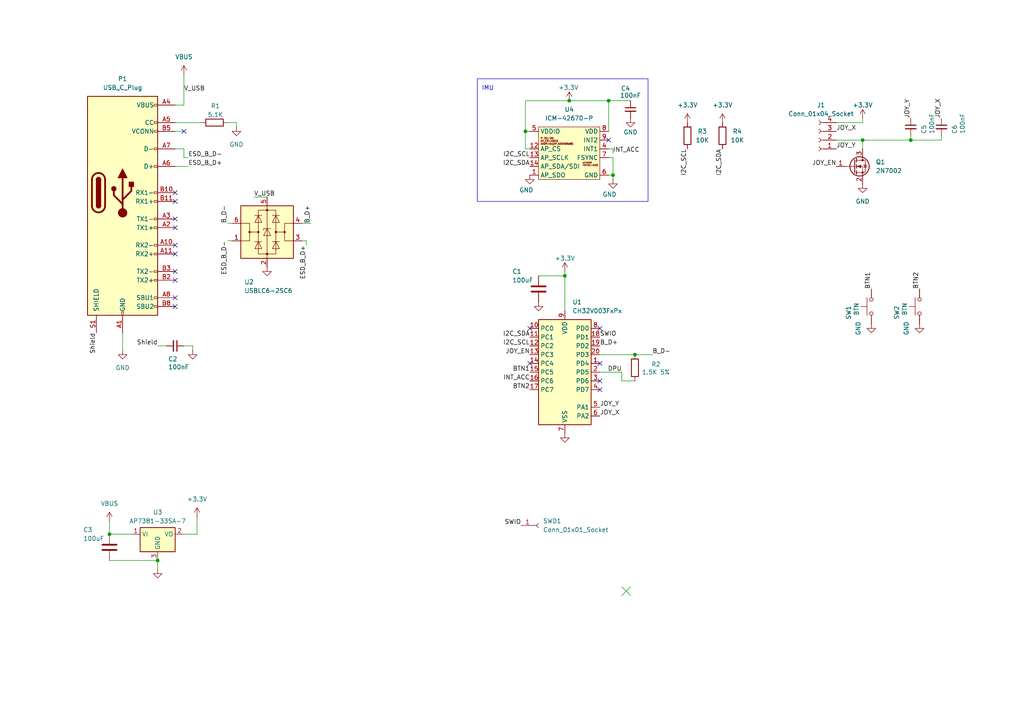
<source format=kicad_sch>
(kicad_sch (version 20231120) (generator "eeschema") (generator_version "8.0")
  (paper "A4")
  (lib_symbols
    (symbol "+3.3V_1" (power) (pin_numbers hide) (pin_names (offset 0) hide)
      (property "Value" "+3.3V" (at 0 3.556 0))
      (symbol "+3.3V_1_0_1"
        (polyline (pts (xy -0.762 1.27) (xy 0 2.54)))
        (polyline (pts (xy 0 0) (xy 0 2.54)))
        (polyline (pts (xy 0 2.54) (xy 0.762 1.27)))
      )
      (symbol "+3.3V_1_1_1"
        (pin power_in line (at 0 0 90) (length 0) (name "~") (number "1"))
      )
    )
    (symbol "Connector:Conn_01x01_Socket" (pin_names (offset 1.016) hide)
      (property "Reference" "J" (at 0 2.54 0))
      (property "Value" "Conn_01x01_Socket" (at 0 -2.54 0))
      (symbol "Conn_01x01_Socket_1_1"
        (polyline (pts (xy -1.27 0) (xy -0.508 0)) (stroke (width 0.1524)))
        (arc (start 0 0.508) (mid -0.5058 0) (end 0 -0.508) (stroke (width 0.1524)))
        (pin passive line (at -5.08 0 0) (length 3.81) (name "Pin_1") (number "1"))
      )
    )
    (symbol "Connector:Conn_01x04_Socket" (pin_names (offset 1.016) hide)
      (property "Reference" "J" (at 0 5.08 0))
      (property "Value" "Conn_01x04_Socket" (at 0 -7.62 0))
      (symbol "Conn_01x04_Socket_1_1"
        (arc (start 0 -4.572) (mid -0.5058 -5.08) (end 0 -5.588) (stroke (width 0.1524)))
        (arc (start 0 -2.032) (mid -0.5058 -2.54) (end 0 -3.048) (stroke (width 0.1524)))
        (polyline (pts (xy -1.27 -5.08) (xy -0.508 -5.08)) (stroke (width 0.1524)))
        (polyline (pts (xy -1.27 -2.54) (xy -0.508 -2.54)) (stroke (width 0.1524)))
        (polyline (pts (xy -1.27 0) (xy -0.508 0)) (stroke (width 0.1524)))
        (polyline (pts (xy -1.27 2.54) (xy -0.508 2.54)) (stroke (width 0.1524)))
        (arc (start 0 0.508) (mid -0.5058 0) (end 0 -0.508) (stroke (width 0.1524)))
        (arc (start 0 3.048) (mid -0.5058 2.54) (end 0 2.032) (stroke (width 0.1524)))
        (pin passive line (at -5.08 2.54 0) (length 3.81) (name "Pin_1") (number "1"))
        (pin passive line (at -5.08 0 0) (length 3.81) (name "Pin_2") (number "2"))
        (pin passive line (at -5.08 -2.54 0) (length 3.81) (name "Pin_3") (number "3"))
        (pin passive line (at -5.08 -5.08 0) (length 3.81) (name "Pin_4") (number "4"))
      )
    )
    (symbol "Connector:USB_C_Plug" (pin_names (offset 1.016))
      (property "Reference" "P" (at -10.16 29.21 0))
      (property "Value" "USB_C_Plug" (at 10.16 29.21 0))
      (symbol "USB_C_Plug_0_0"
        (rectangle (start -0.254 -35.56) (end 0.254 -34.544))
        (rectangle (start 10.16 -32.766) (end 9.144 -33.274))
        (rectangle (start 10.16 -30.226) (end 9.144 -30.734))
        (rectangle (start 10.16 -25.146) (end 9.144 -25.654))
        (rectangle (start 10.16 -22.606) (end 9.144 -23.114))
        (rectangle (start 10.16 -17.526) (end 9.144 -18.034))
        (rectangle (start 10.16 -14.986) (end 9.144 -15.494))
        (rectangle (start 10.16 -9.906) (end 9.144 -10.414))
        (rectangle (start 10.16 -7.366) (end 9.144 -7.874))
        (rectangle (start 10.16 -2.286) (end 9.144 -2.794))
        (rectangle (start 10.16 0.254) (end 9.144 -0.254))
        (rectangle (start 10.16 7.874) (end 9.144 7.366))
        (rectangle (start 10.16 12.954) (end 9.144 12.446))
        (rectangle (start 10.16 18.034) (end 9.144 17.526))
        (rectangle (start 10.16 20.574) (end 9.144 20.066))
        (rectangle (start 10.16 25.654) (end 9.144 25.146))
      )
      (symbol "USB_C_Plug_0_1"
        (rectangle (start -10.16 27.94) (end 10.16 -35.56) (stroke (width 0.254)) (fill (type background)))
        (arc (start -8.89 -3.81) (mid -6.985 -5.7067) (end -5.08 -3.81) (stroke (width 0.508)))
        (arc (start -7.62 -3.81) (mid -6.985 -4.4423) (end -6.35 -3.81) (stroke (width 0.254)))
        (arc (start -7.62 -3.81) (mid -6.985 -4.4423) (end -6.35 -3.81) (stroke (width 0.254)) (fill (type outline)))
        (rectangle (start -7.62 -3.81) (end -6.35 3.81) (stroke (width 0.254)) (fill (type outline)))
        (arc (start -6.35 3.81) (mid -6.985 4.4423) (end -7.62 3.81) (stroke (width 0.254)))
        (arc (start -6.35 3.81) (mid -6.985 4.4423) (end -7.62 3.81) (stroke (width 0.254)) (fill (type outline)))
        (arc (start -5.08 3.81) (mid -6.985 5.7067) (end -8.89 3.81) (stroke (width 0.508)))
        (polyline (pts (xy -8.89 -3.81) (xy -8.89 3.81)) (stroke (width 0.508)))
        (polyline (pts (xy -5.08 3.81) (xy -5.08 -3.81)) (stroke (width 0.508)))
      )
      (symbol "USB_C_Plug_1_1"
        (circle (center -2.54 1.143) (radius 0.635) (stroke (width 0.254)) (fill (type outline)))
        (circle (center 0 -5.842) (radius 1.27) (fill (type outline)))
        (polyline (pts (xy 0 -5.842) (xy 0 4.318)) (stroke (width 0.508)))
        (polyline (pts (xy 0 -3.302) (xy -2.54 -0.762) (xy -2.54 0.508)) (stroke (width 0.508)))
        (polyline (pts (xy 0 -2.032) (xy 2.54 0.508) (xy 2.54 1.778)) (stroke (width 0.508)))
        (polyline (pts (xy -1.27 4.318) (xy 0 6.858) (xy 1.27 4.318) (xy -1.27 4.318)) (stroke (width 0.254)) (fill (type outline)))
        (rectangle (start 1.905 1.778) (end 3.175 3.048) (stroke (width 0.254)) (fill (type outline)))
        (pin passive line (at 0 -40.64 90) (length 5.08) (name "GND") (number "A1"))
        (pin bidirectional line (at 15.24 -15.24 180) (length 5.08) (name "RX2-") (number "A10"))
        (pin bidirectional line (at 15.24 -17.78 180) (length 5.08) (name "RX2+") (number "A11"))
        (pin passive line (at 0 -40.64 90) (length 5.08) hide (name "GND") (number "A12"))
        (pin bidirectional line (at 15.24 -10.16 180) (length 5.08) (name "TX1+") (number "A2"))
        (pin bidirectional line (at 15.24 -7.62 180) (length 5.08) (name "TX1-") (number "A3"))
        (pin passive line (at 15.24 25.4 180) (length 5.08) (name "VBUS") (number "A4"))
        (pin bidirectional line (at 15.24 20.32 180) (length 5.08) (name "CC") (number "A5"))
        (pin bidirectional line (at 15.24 7.62 180) (length 5.08) (name "D+") (number "A6"))
        (pin bidirectional line (at 15.24 12.7 180) (length 5.08) (name "D-") (number "A7"))
        (pin bidirectional line (at 15.24 -30.48 180) (length 5.08) (name "SBU1") (number "A8"))
        (pin passive line (at 15.24 25.4 180) (length 5.08) hide (name "VBUS") (number "A9"))
        (pin passive line (at 0 -40.64 90) (length 5.08) hide (name "GND") (number "B1"))
        (pin bidirectional line (at 15.24 0 180) (length 5.08) (name "RX1-") (number "B10"))
        (pin bidirectional line (at 15.24 -2.54 180) (length 5.08) (name "RX1+") (number "B11"))
        (pin passive line (at 0 -40.64 90) (length 5.08) hide (name "GND") (number "B12"))
        (pin bidirectional line (at 15.24 -25.4 180) (length 5.08) (name "TX2+") (number "B2"))
        (pin bidirectional line (at 15.24 -22.86 180) (length 5.08) (name "TX2-") (number "B3"))
        (pin passive line (at 15.24 25.4 180) (length 5.08) hide (name "VBUS") (number "B4"))
        (pin bidirectional line (at 15.24 17.78 180) (length 5.08) (name "VCONN") (number "B5"))
        (pin bidirectional line (at 15.24 -33.02 180) (length 5.08) (name "SBU2") (number "B8"))
        (pin passive line (at 15.24 25.4 180) (length 5.08) hide (name "VBUS") (number "B9"))
        (pin passive line (at -7.62 -40.64 90) (length 5.08) (name "SHIELD") (number "S1"))
      )
    )
    (symbol "Device:C" (pin_numbers hide) (pin_names (offset 0.254))
      (property "Reference" "C" (at 0.635 2.54 0))
      (property "Value" "C" (at 0.635 -2.54 0))
      (symbol "C_0_1"
        (polyline (pts (xy -2.032 -0.762) (xy 2.032 -0.762)) (stroke (width 0.508)))
        (polyline (pts (xy -2.032 0.762) (xy 2.032 0.762)) (stroke (width 0.508)))
      )
      (symbol "C_1_1"
        (pin passive line (at 0 3.81 270) (length 2.794) (name "~") (number "1"))
        (pin passive line (at 0 -3.81 90) (length 2.794) (name "~") (number "2"))
      )
    )
    (symbol "Device:C_Small" (pin_numbers hide) (pin_names (offset 0.254) hide)
      (property "Reference" "C" (at 0.254 1.778 0))
      (property "Value" "C_Small" (at 0.254 -2.032 0))
      (symbol "C_Small_0_1"
        (polyline (pts (xy -1.524 -0.508) (xy 1.524 -0.508)) (stroke (width 0.3302)))
        (polyline (pts (xy -1.524 0.508) (xy 1.524 0.508)) (stroke (width 0.3048)))
      )
      (symbol "C_Small_1_1"
        (pin passive line (at 0 2.54 270) (length 2.032) (name "~") (number "1"))
        (pin passive line (at 0 -2.54 90) (length 2.032) (name "~") (number "2"))
      )
    )
    (symbol "Device:R" (pin_numbers hide) (pin_names (offset 0))
      (property "Reference" "R" (at 2.032 0 90))
      (property "Value" "R" (at 0 0 90))
      (symbol "R_0_1"
        (rectangle (start -1.016 -2.54) (end 1.016 2.54) (stroke (width 0.254)))
      )
      (symbol "R_1_1"
        (pin passive line (at 0 3.81 270) (length 1.27) (name "~") (number "1"))
        (pin passive line (at 0 -3.81 90) (length 1.27) (name "~") (number "2"))
      )
    )
    (symbol "GND_4" (power) (pin_numbers hide) (pin_names (offset 0) hide)
      (property "Value" "GND" (at 0 -3.81 0))
      (symbol "GND_4_0_1"
        (polyline (pts (xy 0 0) (xy 0 -1.27) (xy 1.27 -1.27) (xy 0 -2.54) (xy -1.27 -1.27) (xy 0 -1.27)))
      )
      (symbol "GND_4_1_1"
        (pin power_in line (at 0 0 270) (length 0) (name "~") (number "1"))
      )
    )
    (symbol "ICM-42670-P:ICM-42670-P"
      (property "Reference" "U" (at 0 8.89 0))
      (property "Value" "ICM-42670-P" (at 0 0 0))
      (symbol "ICM-42670-P_1_1"
        (rectangle (start -8.89 7.62) (end 8.89 -7.62) (fill (type background)))
        (text "if I2C/I3C \nAP_CS=VDDIO\nADDR=0x(AP_SDO?69:68)" (at -8.382 3.556 0) (effects (font (size 0.5 0.5)) (justify left)))
        (text "unused\nFSYNC=GND " (at 3.81 -3.048 0) (effects (font (size 0.5 0.5)) (justify left)))
        (pin bidirectional line (at -11.43 -6.35 0) (length 2.54) (name "AP_SDO") (number "1"))
        (pin no_connect line (at 11.43 -3.81 180) (length 2.54) hide (name "NC") (number "10"))
        (pin no_connect line (at 11.43 -3.81 180) (length 2.54) hide (name "NC") (number "11"))
        (pin input line (at -11.43 1.27 0) (length 2.54) (name "AP_CS") (number "12"))
        (pin input line (at -11.43 -1.27 0) (length 2.54) (name "AP_SCLK") (number "13"))
        (pin bidirectional line (at -11.43 -3.81 0) (length 2.54) (name "AP_SDA/SDI") (number "14"))
        (pin no_connect line (at 11.43 -3.81 180) (length 2.54) hide (name "NC") (number "2"))
        (pin no_connect line (at 11.43 -3.81 180) (length 2.54) hide (name "NC") (number "3"))
        (pin bidirectional line (at 11.43 1.27 180) (length 2.54) (name "INT1") (number "4"))
        (pin power_in line (at -11.43 6.35 0) (length 2.54) (name "VDDIO") (number "5"))
        (pin power_out line (at 11.43 -6.35 180) (length 2.54) (name "GND") (number "6"))
        (pin input line (at 11.43 -1.27 180) (length 2.54) (name "FSYNC") (number "7"))
        (pin power_in line (at 11.43 6.35 180) (length 2.54) (name "VDD") (number "8"))
        (pin bidirectional line (at 11.43 3.81 180) (length 2.54) (name "INT2") (number "9"))
      )
    )
    (symbol "MCU_WCH_CH32V0:CH32V003FxPx"
      (property "Reference" "U" (at -7.62 17.78 0))
      (property "Value" "CH32V003FxPx" (at 7.62 17.78 0))
      (symbol "CH32V003FxPx_1_1"
        (rectangle (start -7.62 15.24) (end 7.62 -15.24) (stroke (width 0.254)) (fill (type background)))
        (pin bidirectional line (at 10.16 2.54 180) (length 2.54) (name "PD4") (number "1"))
        (pin bidirectional line (at -10.16 12.7 0) (length 2.54) (name "PC0") (number "10"))
        (pin bidirectional line (at -10.16 10.16 0) (length 2.54) (name "PC1") (number "11"))
        (pin bidirectional line (at -10.16 7.62 0) (length 2.54) (name "PC2") (number "12"))
        (pin bidirectional line (at -10.16 5.08 0) (length 2.54) (name "PC3") (number "13"))
        (pin bidirectional line (at -10.16 2.54 0) (length 2.54) (name "PC4") (number "14"))
        (pin bidirectional line (at -10.16 0 0) (length 2.54) (name "PC5") (number "15"))
        (pin bidirectional line (at -10.16 -2.54 0) (length 2.54) (name "PC6") (number "16"))
        (pin bidirectional line (at -10.16 -5.08 0) (length 2.54) (name "PC7") (number "17"))
        (pin bidirectional line (at 10.16 10.16 180) (length 2.54) (name "PD1") (number "18"))
        (pin bidirectional line (at 10.16 7.62 180) (length 2.54) (name "PD2") (number "19"))
        (pin bidirectional line (at 10.16 0 180) (length 2.54) (name "PD5") (number "2"))
        (pin bidirectional line (at 10.16 5.08 180) (length 2.54) (name "PD3") (number "20"))
        (pin bidirectional line (at 10.16 -2.54 180) (length 2.54) (name "PD6") (number "3"))
        (pin bidirectional line (at 10.16 -5.08 180) (length 2.54) (name "PD7") (number "4"))
        (pin bidirectional line (at 10.16 -10.16 180) (length 2.54) (name "PA1") (number "5"))
        (pin bidirectional line (at 10.16 -12.7 180) (length 2.54) (name "PA2") (number "6"))
        (pin power_in line (at 0 -17.78 90) (length 2.54) (name "VSS") (number "7"))
        (pin bidirectional line (at 10.16 12.7 180) (length 2.54) (name "PD0") (number "8"))
        (pin power_in line (at 0 17.78 270) (length 2.54) (name "VDD") (number "9"))
      )
    )
    (symbol "Power_Protection:USBLC6-2SC6" (pin_names hide)
      (property "Reference" "U" (at 2.54 8.89 0))
      (property "Value" "USBLC6-2SC6" (at 2.54 -8.89 0))
      (symbol "USBLC6-2SC6_0_1"
        (rectangle (start -7.62 -7.62) (end 7.62 7.62) (stroke (width 0.254)) (fill (type background)))
        (circle (center -5.08 0) (radius 0.254) (fill (type outline)))
        (circle (center -2.54 0) (radius 0.254) (fill (type outline)))
        (rectangle (start -2.54 6.35) (end 2.54 -6.35))
        (circle (center 0 -6.35) (radius 0.254) (fill (type outline)))
        (polyline (pts (xy -5.08 -2.54) (xy -7.62 -2.54)))
        (polyline (pts (xy -5.08 0) (xy -5.08 -2.54)))
        (polyline (pts (xy -5.08 2.54) (xy -7.62 2.54)))
        (polyline (pts (xy -1.524 -2.794) (xy -3.556 -2.794)))
        (polyline (pts (xy -1.524 4.826) (xy -3.556 4.826)))
        (polyline (pts (xy 0 -7.62) (xy 0 -6.35)))
        (polyline (pts (xy 0 -6.35) (xy 0 1.27)))
        (polyline (pts (xy 0 1.27) (xy 0 6.35)))
        (polyline (pts (xy 0 6.35) (xy 0 7.62)))
        (polyline (pts (xy 1.524 -2.794) (xy 3.556 -2.794)))
        (polyline (pts (xy 1.524 4.826) (xy 3.556 4.826)))
        (polyline (pts (xy 5.08 -2.54) (xy 7.62 -2.54)))
        (polyline (pts (xy 5.08 0) (xy 5.08 -2.54)))
        (polyline (pts (xy 5.08 2.54) (xy 7.62 2.54)))
        (polyline (pts (xy -2.54 0) (xy -5.08 0) (xy -5.08 2.54)))
        (polyline (pts (xy 2.54 0) (xy 5.08 0) (xy 5.08 2.54)))
        (polyline (pts (xy -3.556 -4.826) (xy -1.524 -4.826) (xy -2.54 -2.794) (xy -3.556 -4.826)))
        (polyline (pts (xy -3.556 2.794) (xy -1.524 2.794) (xy -2.54 4.826) (xy -3.556 2.794)))
        (polyline (pts (xy -1.016 -1.016) (xy 1.016 -1.016) (xy 0 1.016) (xy -1.016 -1.016)))
        (polyline (pts (xy 1.016 1.016) (xy 0.762 1.016) (xy -1.016 1.016) (xy -1.016 0.508)))
        (polyline (pts (xy 3.556 -4.826) (xy 1.524 -4.826) (xy 2.54 -2.794) (xy 3.556 -4.826)))
        (polyline (pts (xy 3.556 2.794) (xy 1.524 2.794) (xy 2.54 4.826) (xy 3.556 2.794)))
        (circle (center 0 6.35) (radius 0.254) (fill (type outline)))
        (circle (center 2.54 0) (radius 0.254) (fill (type outline)))
        (circle (center 5.08 0) (radius 0.254) (fill (type outline)))
      )
      (symbol "USBLC6-2SC6_1_1"
        (pin passive line (at -10.16 -2.54 0) (length 2.54) (name "I/O1") (number "1"))
        (pin passive line (at 0 -10.16 90) (length 2.54) (name "GND") (number "2"))
        (pin passive line (at 10.16 -2.54 180) (length 2.54) (name "I/O2") (number "3"))
        (pin passive line (at 10.16 2.54 180) (length 2.54) (name "I/O2") (number "4"))
        (pin passive line (at 0 10.16 270) (length 2.54) (name "VBUS") (number "5"))
        (pin passive line (at -10.16 2.54 0) (length 2.54) (name "I/O1") (number "6"))
      )
    )
    (symbol "Regulator_Linear:AP7381-33SA-7"
      (property "Reference" "U" (at -3.81 3.175 0))
      (property "Value" "AP7381-33SA-7" (at 0 3.175 0))
      (symbol "AP7381-33SA-7_0_1"
        (rectangle (start -5.08 1.905) (end 5.08 -5.08) (stroke (width 0.254)) (fill (type background)))
      )
      (symbol "AP7381-33SA-7_1_1"
        (pin power_in line (at -7.62 0 0) (length 2.54) (name "VI") (number "1"))
        (pin power_out line (at 7.62 0 180) (length 2.54) (name "VO") (number "2"))
        (pin power_in line (at 0 -7.62 90) (length 2.54) (name "GND") (number "3"))
      )
    )
    (symbol "Switch:SW_Push" (pin_numbers hide) (pin_names (offset 1.016) hide)
      (property "Reference" "SW" (at 1.27 2.54 0))
      (property "Value" "SW_Push" (at 0 -1.524 0))
      (symbol "SW_Push_0_1"
        (circle (center -2.032 0) (radius 0.508))
        (polyline (pts (xy 0 1.27) (xy 0 3.048)))
        (polyline (pts (xy 2.54 1.27) (xy -2.54 1.27)))
        (circle (center 2.032 0) (radius 0.508))
        (pin passive line (at -5.08 0 0) (length 2.54) (name "1") (number "1"))
        (pin passive line (at 5.08 0 180) (length 2.54) (name "2") (number "2"))
      )
    )
    (symbol "Transistor_FET:2N7002" (pin_names hide)
      (property "Reference" "Q" (at 5.08 1.905 0))
      (property "Value" "2N7002" (at 5.08 0 0))
      (symbol "2N7002_0_1"
        (polyline (pts (xy 0.254 0) (xy -2.54 0)))
        (polyline (pts (xy 0.254 1.905) (xy 0.254 -1.905)) (stroke (width 0.254)))
        (polyline (pts (xy 0.762 -1.27) (xy 0.762 -2.286)) (stroke (width 0.254)))
        (polyline (pts (xy 0.762 0.508) (xy 0.762 -0.508)) (stroke (width 0.254)))
        (polyline (pts (xy 0.762 2.286) (xy 0.762 1.27)) (stroke (width 0.254)))
        (polyline (pts (xy 2.54 2.54) (xy 2.54 1.778)))
        (polyline (pts (xy 2.54 -2.54) (xy 2.54 0) (xy 0.762 0)))
        (polyline (pts (xy 0.762 -1.778) (xy 3.302 -1.778) (xy 3.302 1.778) (xy 0.762 1.778)))
        (polyline (pts (xy 1.016 0) (xy 2.032 0.381) (xy 2.032 -0.381) (xy 1.016 0)) (fill (type outline)))
        (polyline (pts (xy 2.794 0.508) (xy 2.921 0.381) (xy 3.683 0.381) (xy 3.81 0.254)))
        (polyline (pts (xy 3.302 0.381) (xy 2.921 -0.254) (xy 3.683 -0.254) (xy 3.302 0.381)))
        (circle (center 1.651 0) (radius 2.794) (stroke (width 0.254)))
        (circle (center 2.54 -1.778) (radius 0.254) (fill (type outline)))
        (circle (center 2.54 1.778) (radius 0.254) (fill (type outline)))
      )
      (symbol "2N7002_1_1"
        (pin input line (at -5.08 0 0) (length 2.54) (name "G") (number "1"))
        (pin passive line (at 2.54 -5.08 90) (length 2.54) (name "S") (number "2"))
        (pin passive line (at 2.54 5.08 270) (length 2.54) (name "D") (number "3"))
      )
    )
    (symbol "power:+3.3V" (power) (pin_names (offset 0))
      (property "Value" "+3.3V" (at 0 3.556 0))
      (symbol "+3.3V_0_1"
        (polyline (pts (xy -0.762 1.27) (xy 0 2.54)))
        (polyline (pts (xy 0 0) (xy 0 2.54)))
        (polyline (pts (xy 0 2.54) (xy 0.762 1.27)))
      )
      (symbol "+3.3V_1_1"
        (pin power_in line (at 0 0 90) (length 0) hide (name "+3.3V") (number "1"))
      )
    )
    (symbol "power:GND" (power) (pin_numbers hide) (pin_names (offset 0) hide)
      (property "Value" "GND" (at 0 -3.81 0))
      (symbol "GND_0_1"
        (polyline (pts (xy 0 0) (xy 0 -1.27) (xy 1.27 -1.27) (xy 0 -2.54) (xy -1.27 -1.27) (xy 0 -1.27)))
      )
      (symbol "GND_1_1"
        (pin power_in line (at 0 0 270) (length 0) (name "~") (number "1"))
      )
    )
    (symbol "power:VBUS" (power) (pin_numbers hide) (pin_names (offset 0) hide)
      (property "Value" "VBUS" (at 0 3.556 0))
      (symbol "VBUS_0_1"
        (polyline (pts (xy -0.762 1.27) (xy 0 2.54)))
        (polyline (pts (xy 0 0) (xy 0 2.54)))
        (polyline (pts (xy 0 2.54) (xy 0.762 1.27)))
      )
      (symbol "VBUS_1_1"
        (pin power_in line (at 0 0 90) (length 0) (name "~") (number "1"))
      )
    )
  )
  (junction (at 45.72 162.56))
  (junction (at 264.16 40.64))
  (junction (at 31.75 154.94))
  (junction (at 152.4 38.1))
  (junction (at 184.15 102.87))
  (junction (at 176.53 29.21))
  (junction (at 177.8 50.8))
  (junction (at 163.83 80.01))
  (junction (at 250.19 40.64))
  (junction (at 165.1 29.21))
  (no_connect (at 153.67 95.25))
  (no_connect (at 50.8 88.9))
  (no_connect (at 173.99 110.49))
  (no_connect (at 176.53 40.64))
  (no_connect (at 50.8 73.66))
  (no_connect (at 173.99 95.25))
  (no_connect (at 50.8 86.36))
  (no_connect (at 173.99 105.41))
  (no_connect (at 50.8 58.42))
  (no_connect (at 50.8 81.28))
  (no_connect (at 53.34 38.1))
  (no_connect (at 50.8 55.88))
  (no_connect (at 50.8 71.12))
  (no_connect (at 173.99 113.03))
  (no_connect (at 50.8 78.74))
  (no_connect (at 50.8 63.5))
  (no_connect (at 50.8 66.04))
  (no_connect (at 153.67 105.41))
  (wire (pts (xy 176.53 45.72) (xy 177.8 45.72)))
  (wire (pts (xy 180.34 107.95) (xy 173.99 107.95)))
  (wire (pts (xy 53.34 21.59) (xy 53.34 30.48)))
  (wire (pts (xy 45.72 100.33) (xy 48.26 100.33)))
  (wire (pts (xy 31.75 151.13) (xy 31.75 154.94)))
  (wire (pts (xy 177.8 50.8) (xy 177.8 52.07)))
  (wire (pts (xy 264.16 40.64) (xy 273.05 40.64)))
  (wire (pts (xy 180.34 107.95) (xy 180.34 110.49)))
  (wire (pts (xy 273.05 40.64) (xy 273.05 39.37)))
  (wire (pts (xy 264.16 40.64) (xy 250.19 40.64)))
  (wire (pts (xy 152.4 38.1) (xy 153.67 38.1)))
  (wire (pts (xy 156.21 80.01) (xy 163.83 80.01)))
  (wire (pts (xy 242.57 40.64) (xy 250.19 40.64)))
  (wire (pts (xy 163.83 80.01) (xy 163.83 90.17)))
  (wire (pts (xy 184.15 102.87) (xy 173.99 102.87)))
  (wire (pts (xy 250.19 40.64) (xy 250.19 43.18)))
  (wire (pts (xy 50.8 35.56) (xy 58.42 35.56)))
  (wire (pts (xy 176.53 50.8) (xy 177.8 50.8)))
  (wire (pts (xy 53.34 154.94) (xy 57.15 154.94)))
  (wire (pts (xy 152.4 29.21) (xy 152.4 38.1)))
  (wire (pts (xy 88.9 69.85) (xy 87.63 69.85)))
  (wire (pts (xy 152.4 43.18) (xy 152.4 38.1)))
  (wire (pts (xy 31.75 154.94) (xy 38.1 154.94)))
  (wire (pts (xy 53.34 38.1) (xy 50.8 38.1)))
  (wire (pts (xy 182.88 172.72) (xy 180.34 170.18)))
  (wire (pts (xy 176.53 29.21) (xy 176.53 38.1)))
  (wire (pts (xy 182.88 29.21) (xy 176.53 29.21)))
  (wire (pts (xy 73.66 57.15) (xy 77.47 57.15)))
  (wire (pts (xy 31.75 162.56) (xy 45.72 162.56)))
  (wire (pts (xy 53.34 43.18) (xy 50.8 43.18)))
  (wire (pts (xy 88.9 71.12) (xy 88.9 69.85)))
  (wire (pts (xy 180.34 110.49) (xy 184.15 110.49)))
  (wire (pts (xy 53.34 30.48) (xy 50.8 30.48)))
  (wire (pts (xy 163.83 78.74) (xy 163.83 80.01)))
  (wire (pts (xy 152.4 29.21) (xy 165.1 29.21)))
  (wire (pts (xy 177.8 43.18) (xy 176.53 43.18)))
  (wire (pts (xy 177.8 45.72) (xy 177.8 50.8)))
  (wire (pts (xy 66.04 69.85) (xy 67.31 69.85)))
  (wire (pts (xy 66.04 64.77) (xy 67.31 64.77)))
  (wire (pts (xy 165.1 29.21) (xy 176.53 29.21)))
  (wire (pts (xy 53.34 100.33) (xy 55.88 100.33)))
  (wire (pts (xy 55.88 100.33) (xy 55.88 101.6)))
  (wire (pts (xy 45.72 162.56) (xy 45.72 165.1)))
  (wire (pts (xy 177.8 44.45) (xy 177.8 43.18)))
  (wire (pts (xy 180.34 172.72) (xy 182.88 170.18)))
  (wire (pts (xy 250.19 35.56) (xy 250.19 34.29)))
  (wire (pts (xy 153.67 43.18) (xy 152.4 43.18)))
  (wire (pts (xy 264.16 39.37) (xy 264.16 40.64)))
  (wire (pts (xy 90.17 64.77) (xy 87.63 64.77)))
  (wire (pts (xy 57.15 154.94) (xy 57.15 149.86)))
  (wire (pts (xy 68.58 35.56) (xy 68.58 36.83)))
  (wire (pts (xy 53.34 43.18) (xy 53.34 45.72)))
  (wire (pts (xy 66.04 35.56) (xy 68.58 35.56)))
  (wire (pts (xy 242.57 35.56) (xy 250.19 35.56)))
  (wire (pts (xy 53.34 45.72) (xy 54.61 45.72)))
  (wire (pts (xy 35.56 101.6) (xy 35.56 96.52)))
  (wire (pts (xy 50.8 48.26) (xy 54.61 48.26)))
  (wire (pts (xy 189.23 102.87) (xy 184.15 102.87)))
  (rectangle (start 138.43 22.86) (end 187.96 58.42))
  (text "IMU" (at 139.7 25.654 0) (effects (font (size 1.27 1.27)) (justify left)))
  (label "Shield" (at 27.94 96.52 270))
  (label "V_USB" (at 73.66 57.15 0))
  (label "ESD_B_D-" (at 54.61 45.72 0))
  (label "I2C_SDA" (at 209.55 43.18 270))
  (label "JOY_EN" (at 153.67 102.87 180))
  (label "I2C_SCL" (at 199.39 43.18 270))
  (label "JOY_Y" (at 173.99 118.11 0))
  (label "I2C_SDA" (at 153.67 97.79 180))
  (label "SWIO" (at 151.13 152.4 180))
  (label "BTN2" (at 153.67 113.03 180))
  (label "JOY_Y" (at 242.57 43.18 0))
  (label "JOY_X" (at 173.99 120.65 0))
  (label "INT_ACC" (at 153.67 110.49 180))
  (label "JOY_X" (at 242.57 38.1 0))
  (label "JOY_EN" (at 242.57 48.26 180))
  (label "B_D-" (at 189.23 102.87 0))
  (label "I2C_SCL" (at 153.67 45.72 180))
  (label "I2C_SDA" (at 153.67 48.26 180))
  (label "ESD_B_D+" (at 54.61 48.26 0))
  (label "JOY_Y" (at 264.16 34.29 90))
  (label "INT_ACC" (at 177.8 44.45 0))
  (label "BTN1" (at 252.73 83.82 90))
  (label "SWIO" (at 173.99 97.79 0))
  (label "B_D+" (at 90.17 64.77 90))
  (label "Shield" (at 45.72 100.33 180))
  (label "ESD_B_D+" (at 88.9 71.12 270))
  (label "BTN2" (at 266.7 83.82 90))
  (label "BTN1" (at 153.67 107.95 180))
  (label "I2C_SCL" (at 153.67 100.33 180))
  (label "B_D-" (at 66.04 64.77 90))
  (label "B_D+" (at 173.99 100.33 0))
  (label "V_USB" (at 53.34 26.67 0))
  (label "DPU" (at 180.34 107.95 180))
  (label "JOY_X" (at 273.05 34.29 90))
  (label "ESD_B_D-" (at 66.04 69.85 270))
  (symbol (lib_id "Switch:SW_Push") (at 252.73 88.9 90) (unit 1) (in_bom no)
    (property "Reference" "SW1" (at 246.126 90.678 0))
    (property "Value" "BTN" (at 248.412 89.662 0))
    (property "Footprint" "CUI_TS21:TS21" (effects (hide yes)))
  )
  (symbol (lib_id "power:VBUS") (at 53.34 21.59 0) (unit 1)
    (property "Reference" "#PWR05" (effects (hide yes)))
    (property "Value" "VBUS" (at 53.34 16.51 0))
    (property "Description" "Power symbol creates a global label with name \"VBUS\"" (effects (hide yes)))
  )
  (symbol (lib_id "power:+3.3V") (at 165.1 29.21 0) (unit 1)
    (property "Reference" "#PWR014" (effects (hide yes)))
    (property "Value" "+3.3V" (at 164.846 25.4 0))
  )
  (symbol (lib_id "Device:C_Small") (at 182.88 31.75 0) (unit 1)
    (property "Reference" "C4" (at 180.086 25.654 0) (effects (justify left)))
    (property "Value" "100nF" (at 179.832 27.686 0) (effects (justify left)))
    (property "Footprint" "Capacitor_SMD:C_0603_1608Metric" (effects (hide yes)))
    (property "Description" "Unpolarized capacitor, small symbol" (effects (hide yes)))
  )
  (symbol (lib_id "Connector:Conn_01x04_Socket") (at 237.49 40.64 180) (unit 1)
    (property "Reference" "J1" (at 238.125 30.48 0))
    (property "Value" "Conn_01x04_Socket" (at 238.125 33.02 0))
    (property "Footprint" "pspjoy:pspjoystick_tht" (effects (hide yes)))
    (property "Description" "Generic connector, single row, 01x04, script generated" (effects (hide yes)))
  )
  (symbol (lib_id "Device:C_Small") (at 273.05 36.83 0) (unit 1)
    (property "Reference" "C6" (at 276.86 38.862 90) (effects (justify left)))
    (property "Value" "100nF" (at 279.1714 38.862 90) (effects (justify left)))
    (property "Footprint" "Capacitor_SMD:C_0603_1608Metric" (effects (hide yes)))
    (property "LCSC" "C14663" (effects (hide yes)))
  )
  (symbol (lib_id "power:GND") (at 163.83 125.73 0) (unit 1)
    (property "Reference" "#PWR08" (effects (hide yes)))
    (property "Value" "GND" (effects (hide yes)))
  )
  (symbol (lib_name "GND_4") (lib_id "power:GND") (at 182.88 34.29 0) (unit 1)
    (property "Reference" "#PWR016" (effects (hide yes)))
    (property "Value" "GND" (at 182.88 38.354 0))
    (property "Description" "Power symbol creates a global label with name \"GND\" , ground" (effects (hide yes)))
  )
  (symbol (lib_id "Device:R") (at 184.15 106.68 0) (unit 1)
    (property "Reference" "R2" (at 190.246 105.664 0))
    (property "Value" "1.5K 5%" (at 190.246 107.95 0))
    (property "Footprint" "Resistor_SMD:R_0603_1608Metric" (effects (hide yes)))
    (property "LCSC" "C23186" (effects (hide yes)))
  )
  (symbol (lib_id "power:VBUS") (at 31.75 151.13 0) (unit 1)
    (property "Reference" "#PWR011" (effects (hide yes)))
    (property "Value" "VBUS" (at 31.75 146.05 0))
    (property "Description" "Power symbol creates a global label with name \"VBUS\"" (effects (hide yes)))
  )
  (symbol (lib_id "power:GND") (at 77.47 77.47 0) (unit 1)
    (property "Reference" "#PWR03" (effects (hide yes)))
    (property "Value" "GND" (effects (hide yes)))
  )
  (symbol (lib_id "Power_Protection:USBLC6-2SC6") (at 77.47 67.31 0) (unit 1)
    (property "Reference" "U2" (at 70.866 81.788 0) (effects (justify left)))
    (property "Value" "USBLC6-2SC6" (at 70.866 84.328 0) (effects (justify left)))
    (property "Footprint" "Package_TO_SOT_SMD:SOT-23-6" (effects (hide yes)))
    (property "Datasheet" "https://www.st.com/resource/en/datasheet/usblc6-2.pdf" (effects (hide yes)))
    (property "LCSC" " C2687116" (effects (hide yes)))
  )
  (symbol (lib_id "Device:C_Small") (at 264.16 36.83 0) (unit 1)
    (property "Reference" "C5" (at 267.97 38.862 90) (effects (justify left)))
    (property "Value" "100nF" (at 270.2814 38.862 90) (effects (justify left)))
    (property "Footprint" "Capacitor_SMD:C_0603_1608Metric" (effects (hide yes)))
    (property "LCSC" "C14663" (effects (hide yes)))
  )
  (symbol (lib_id "Connector:Conn_01x01_Socket") (at 156.21 152.4 0) (unit 1)
    (property "Reference" "SWD1" (at 157.48 151.1299 0) (effects (justify left)))
    (property "Value" "Conn_01x01_Socket" (at 157.48 153.6699 0) (effects (justify left)))
    (property "Footprint" "TestPoint:TestPoint_THTPad_D1.0mm_Drill0.5mm" (effects (hide yes)))
    (property "Description" "Generic connector, single row, 01x01, script generated" (effects (hide yes)))
  )
  (symbol (lib_id "Device:R") (at 199.39 39.37 0) (unit 1)
    (property "Reference" "R3" (at 203.708 38.1 0))
    (property "Value" "10K" (at 203.708 40.64 0))
    (property "Footprint" "Resistor_SMD:R_0603_1608Metric" (effects (hide yes)))
  )
  (symbol (lib_id "power:GND") (at 156.21 87.63 0) (unit 1)
    (property "Reference" "#PWR06" (effects (hide yes)))
    (property "Value" "GND" (effects (hide yes)))
  )
  (symbol (lib_id "Device:R") (at 62.23 35.56 270) (unit 1)
    (property "Reference" "R1" (at 62.484 30.734 90))
    (property "Value" "5.1K" (at 62.484 33.274 90))
    (property "Footprint" "Resistor_SMD:R_0603_1608Metric" (effects (hide yes)))
    (property "LCSC" "C23186" (effects (hide yes)))
  )
  (symbol (lib_name "GND_4") (lib_id "power:GND") (at 177.8 52.07 0) (unit 1)
    (property "Reference" "#PWR015" (effects (hide yes)))
    (property "Value" "GND" (at 176.784 56.388 0))
    (property "Description" "Power symbol creates a global label with name \"GND\" , ground" (effects (hide yes)))
  )
  (symbol (lib_id "Connector:USB_C_Plug") (at 35.56 55.88 0) (unit 1)
    (property "Reference" "P1" (at 35.56 22.86 0))
    (property "Value" "USB_C_Plug" (at 35.56 25.4 0))
    (property "Footprint" "Connector_USB:USB_C_Plug_Molex_105444" (effects (hide yes)))
    (property "Datasheet" "https://www.usb.org/sites/default/files/documents/usb_type-c.zip" (effects (hide yes)))
    (property "Description" "USB Type-C Plug connector" (effects (hide yes)))
    (property "LCSC" "C561769" (effects (hide yes)))
  )
  (symbol (lib_id "power:GND") (at 266.7 93.98 0) (unit 1)
    (property "Reference" "#PWR021" (effects (hide yes)))
    (property "Value" "GND" (at 262.89 95.25 90))
    (property "Description" "Power symbol creates a global label with name \"GND\" , ground" (effects (hide yes)))
  )
  (symbol (lib_name "GND_4") (lib_id "power:GND") (at 153.67 50.8 0) (unit 1)
    (property "Reference" "#PWR017" (effects (hide yes)))
    (property "Value" "GND" (at 152.654 55.118 0))
    (property "Description" "Power symbol creates a global label with name \"GND\" , ground" (effects (hide yes)))
  )
  (symbol (lib_id "power:+3.3V") (at 250.19 34.29 0) (unit 1)
    (property "Reference" "#PWR022" (effects (hide yes)))
    (property "Value" "+3.3V" (at 250.19 30.48 0))
  )
  (symbol (lib_id "ICM-42670-P:ICM-42670-P") (at 165.1 44.45 0) (unit 1)
    (property "Reference" "U4" (at 165.1 31.75 0))
    (property "Value" "ICM-42670-P" (at 165.1 34.29 0))
    (property "Footprint" "ICM-42670-P:LGA-14_2.5x3x0.76mm" (effects (hide yes)))
    (property "Datasheet" "https://product.tdk.com/system/files/dam/doc/product/sensor/mortion-inertial/imu/data_sheet/ds-000451-icm-42670-p.pdf" (effects (hide yes)))
    (property "Description" "High performance 6-axis MEMS MotionTracking device. 3-axis gyroscope & 3-axis accelerometer" (effects (hide yes)))
  )
  (symbol (lib_id "power:+3.3V") (at 199.39 35.56 0) (unit 1)
    (property "Reference" "#PWR018" (effects (hide yes)))
    (property "Value" "+3.3V" (at 199.39 30.48 0))
  )
  (symbol (lib_id "power:GND") (at 55.88 101.6 0) (unit 1)
    (property "Reference" "#PWR02" (effects (hide yes)))
    (property "Value" "GND" (effects (hide yes)))
  )
  (symbol (lib_id "power:GND") (at 252.73 93.98 0) (unit 1)
    (property "Reference" "#PWR020" (effects (hide yes)))
    (property "Value" "GND" (at 248.92 95.25 90))
    (property "Description" "Power symbol creates a global label with name \"GND\" , ground" (effects (hide yes)))
  )
  (symbol (lib_id "Device:C") (at 156.21 83.82 0) (unit 1)
    (property "Reference" "C1" (at 148.59 78.74 0) (effects (justify left)))
    (property "Value" "100uF" (at 148.59 81.28 0) (effects (justify left)))
    (property "Footprint" "Capacitor_SMD:C_0805_2012Metric" (effects (hide yes)))
    (property "LCSC" "C440198" (effects (hide yes)))
  )
  (symbol (lib_id "Regulator_Linear:AP7381-33SA-7") (at 45.72 154.94 0) (unit 1)
    (property "Reference" "U3" (at 45.72 148.59 0))
    (property "Value" "AP7381-33SA-7" (at 45.72 151.13 0))
    (property "Footprint" "Package_TO_SOT_SMD:SOT-23" (effects (hide yes)))
    (property "Datasheet" "https://www.diodes.com/assets/Datasheets/AP7381.pdf" (effects (hide yes)))
    (property "Description" "150mA Low Dropout Voltage Regulator, Fixed Output 3.3V, Wide Input Voltage Range 40V, SOT-23" (effects (hide yes)))
  )
  (symbol (lib_id "power:GND") (at 250.19 53.34 0) (unit 1)
    (property "Reference" "#PWR010" (effects (hide yes)))
    (property "Value" "GND" (at 250.19 58.42 0))
    (property "Description" "Power symbol creates a global label with name \"GND\" , ground" (effects (hide yes)))
  )
  (symbol (lib_id "Device:R") (at 209.55 39.37 0) (unit 1)
    (property "Reference" "R4" (at 213.868 38.1 0))
    (property "Value" "10K" (at 213.868 40.64 0))
    (property "Footprint" "Resistor_SMD:R_0603_1608Metric" (effects (hide yes)))
  )
  (symbol (lib_id "MCU_WCH_CH32V0:CH32V003FxPx") (at 163.83 107.95 0) (unit 1)
    (property "Reference" "U1" (at 166.0241 87.63 0) (effects (justify left)))
    (property "Value" "CH32V003FxPx" (at 166.0241 90.17 0) (effects (justify left)))
    (property "Footprint" "Package_SO:TSSOP-20_4.4x6.5mm_P0.65mm" (effects (hide yes)))
    (property "Datasheet" "https://www.wch-ic.com/products/CH32V003.html" (effects (hide yes)))
    (property "Description" "CH32V003 series are industrial-grade general-purpose microcontrollers designed based on 32-bit RISC-V instruction set and architecture. It adopts QingKe V2A core, RV32EC instruction set, and supports 2 levels of interrupt nesting. The series are mounted with rich peripheral interfaces and function modules. Its internal organizational structure meets the low-cost and low-power embedded application scenarios." (effects (hide yes)))
  )
  (symbol (lib_id "power:+3.3V") (at 163.83 78.74 0) (unit 1)
    (property "Reference" "#PWR07" (effects (hide yes)))
    (property "Value" "+3.3V" (at 163.83 74.93 0))
  )
  (symbol (lib_id "power:GND") (at 68.58 36.83 0) (unit 1)
    (property "Reference" "#PWR04" (effects (hide yes)))
    (property "Value" "GND" (at 68.58 41.91 0))
    (property "Description" "Power symbol creates a global label with name \"GND\" , ground" (effects (hide yes)))
  )
  (symbol (lib_id "power:GND") (at 45.72 165.1 0) (unit 1)
    (property "Reference" "#PWR013" (effects (hide yes)))
    (property "Value" "GND" (effects (hide yes)))
  )
  (symbol (lib_id "Device:C") (at 31.75 158.75 0) (unit 1)
    (property "Reference" "C3" (at 24.13 153.67 0) (effects (justify left)))
    (property "Value" "100uF" (at 24.13 156.21 0) (effects (justify left)))
    (property "Footprint" "Capacitor_SMD:C_0805_2012Metric" (effects (hide yes)))
    (property "LCSC" "C440198" (effects (hide yes)))
  )
  (symbol (lib_id "power:+3.3V") (at 209.55 35.56 0) (unit 1)
    (property "Reference" "#PWR019" (effects (hide yes)))
    (property "Value" "+3.3V" (at 209.55 30.48 0))
  )
  (symbol (lib_name "+3.3V_1") (lib_id "power:+3.3V") (at 57.15 149.86 0) (unit 1)
    (property "Reference" "#PWR012" (effects (hide yes)))
    (property "Value" "+3.3V" (at 57.15 144.78 0))
    (property "Description" "Power symbol creates a global label with name \"+3.3V\"" (effects (hide yes)))
  )
  (symbol (lib_id "Device:C_Small") (at 50.8 100.33 270) (unit 1)
    (property "Reference" "C2" (at 48.768 104.14 90) (effects (justify left)))
    (property "Value" "100nF" (at 48.768 106.4514 90) (effects (justify left)))
    (property "Footprint" "Capacitor_SMD:C_0603_1608Metric" (effects (hide yes)))
    (property "LCSC" "C14663" (effects (hide yes)))
  )
  (symbol (lib_id "power:GND") (at 35.56 101.6 0) (unit 1)
    (property "Reference" "#PWR01" (effects (hide yes)))
    (property "Value" "GND" (at 35.56 106.68 0))
    (property "Description" "Power symbol creates a global label with name \"GND\" , ground" (effects (hide yes)))
  )
  (symbol (lib_id "Transistor_FET:2N7002") (at 247.65 48.26 0) (unit 1)
    (property "Reference" "Q1" (at 254 46.9899 0) (effects (justify left)))
    (property "Value" "2N7002" (at 254 49.5299 0) (effects (justify left)))
    (property "Footprint" "Package_TO_SOT_SMD:SOT-23" (effects (hide yes)))
    (property "Datasheet" "https://www.onsemi.com/pub/Collateral/NDS7002A-D.PDF" (effects (hide yes)))
    (property "Description" "0.115A Id, 60V Vds, N-Channel MOSFET, SOT-23" (effects (hide yes)))
  )
  (symbol (lib_id "Switch:SW_Push") (at 266.7 88.9 90) (unit 1) (in_bom no)
    (property "Reference" "SW2" (at 260.096 90.678 0))
    (property "Value" "BTN" (at 262.382 89.662 0))
    (property "Footprint" "CUI_TS21:TS21" (effects (hide yes)))
  )
)
</source>
